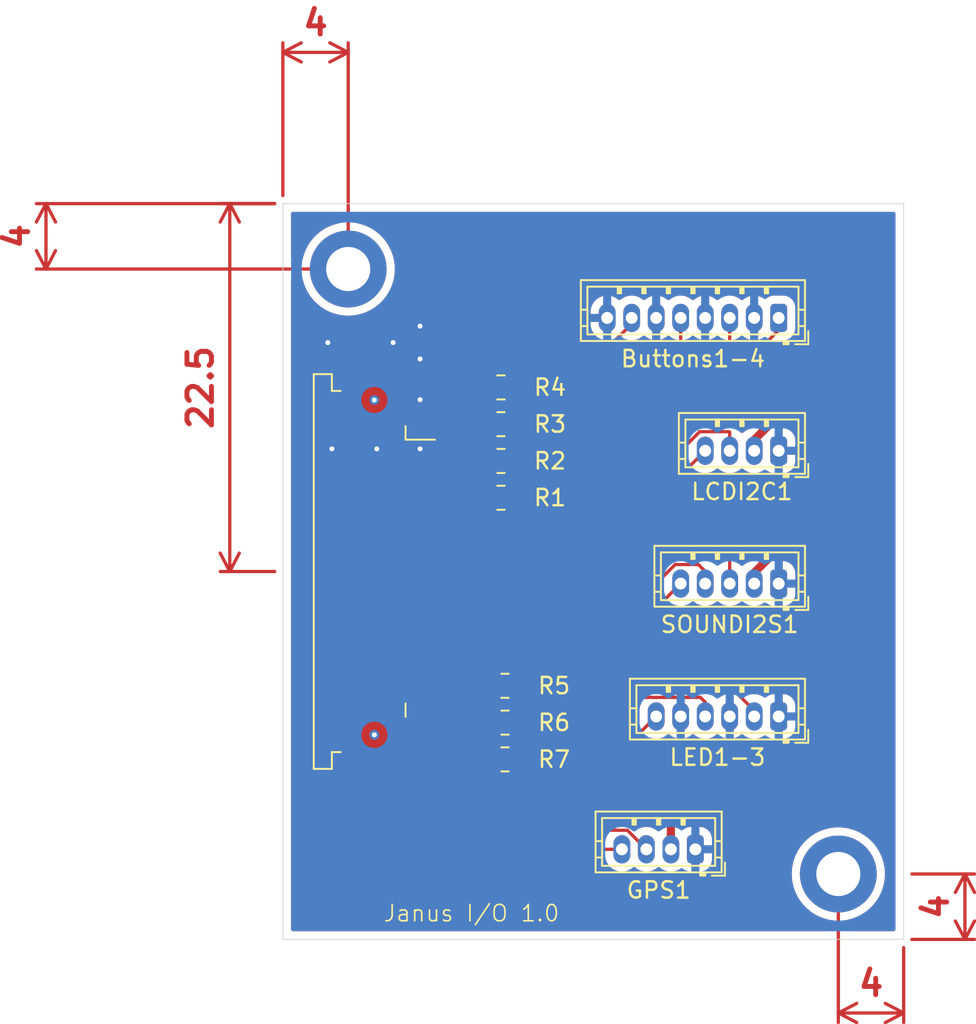
<source format=kicad_pcb>
(kicad_pcb (version 20241229) (generator "pcbnew") (generator_version "9.0")
  (layers (0 "F.Cu" signal) (2 "B.Cu" signal) (13 "F.Paste" user) (15 "B.Paste" user) (5 "F.SilkS" user "F.Silkscreen") (7 "B.SilkS" user "B.Silkscreen") (1 "F.Mask" user) (3 "B.Mask" user) (25 "Edge.Cuts" user))
  (net 0 "")
  (net 1 "GND")
  (net 2 "I2C_SDA")
  (net 3 "I2C_SCL")
  (net 4 "VCC")
  (net 5 "Net-(LED1-3-Pin_2)")
  (net 6 "GPSTX")
  (net 7 "GPSRX")
  (net 8 "LED2")
  (net 9 "SOUND_BCK")
  (net 10 "SOUND_DIN")
  (net 11 "SOUND_LCK")
  (net 12 "Net-(LED1-3-Pin_4)")
  (net 13 "Net-(LED1-3-Pin_6)")
  (net 14 "Net-(Buttons1-4-Pin_3)")
  (net 15 "Net-(Buttons1-4-Pin_5)")
  (net 16 "Net-(Buttons1-4-Pin_7)")
  (net 17 "Net-(Buttons1-4-Pin_1)")
  (net 18 "LED1")
  (net 19 "LED3")
  (net 20 "Net-(J3-Pin_3)")
  (net 21 "Net-(J3-Pin_5)")
  (net 22 "Net-(J3-Pin_6)")
  (net 23 "Net-(J3-Pin_4)")
  (footprint "Resistor_SMD:R_0805_2012Metric" (layer "F.Cu") (at 83.35 75.24)
    (property "Reference" "R2" (at 3 0 0) (layer "F.SilkS"))
    (property "Value" "10k" (hide yes))
    (fp_line (start -0.227064 -0.735) (end 0.227064 -0.735) (stroke (width 0.12)) (layer "F.SilkS"))
    (fp_line (start -0.227064 0.735) (end 0.227064 0.735) (stroke (width 0.12)) (layer "F.SilkS"))
    (pad "1" smd roundrect (at -0.9125 0) (size 1.025 1.4) (layers "F.Cu" "F.Mask" "F.Paste") (roundrect_rratio 0.243902) (net 21 "Net-(J3-Pin_5)"))
    (pad "2" smd roundrect (at 0.9125 0) (size 1.025 1.4) (layers "F.Cu" "F.Mask" "F.Paste") (roundrect_rratio 0.243902) (net 14 "Net-(Buttons1-4-Pin_3)"))
  )
  (footprint "MountingHole:MountingHole_2.7mm_M2.5_DIN965_Pad" (layer "F.Cu") (at 74 63.5)
    (property "Reference" "REF**" (hide yes))
    (property "Value" "MountingHole_2.7mm_M2.5_DIN965_Pad" (hide yes))
    (pad "1" thru_hole circle (at 0 0) (size 4.7 4.7) (drill 2.7) (layers "*.Cu" "*.Mask"))
  )
  (footprint "Resistor_SMD:R_0805_2012Metric" (layer "F.Cu") (at 83.35 70.74)
    (property "Reference" "R4" (at 3 0 0) (layer "F.SilkS"))
    (property "Value" "10k" (hide yes))
    (fp_line (start -0.227064 -0.735) (end 0.227064 -0.735) (stroke (width 0.12)) (layer "F.SilkS"))
    (fp_line (start -0.227064 0.735) (end 0.227064 0.735) (stroke (width 0.12)) (layer "F.SilkS"))
    (pad "1" smd roundrect (at -0.9125 0) (size 1.025 1.4) (layers "F.Cu" "F.Mask" "F.Paste") (roundrect_rratio 0.243902) (net 20 "Net-(J3-Pin_3)"))
    (pad "2" smd roundrect (at 0.9125 0) (size 1.025 1.4) (layers "F.Cu" "F.Mask" "F.Paste") (roundrect_rratio 0.243902) (net 16 "Net-(Buttons1-4-Pin_7)"))
  )
  (footprint "Resistor_SMD:R_0805_2012Metric" (layer "F.Cu") (at 83.6 91.24 180)
    (property "Reference" "R6" (at -3 0 0) (layer "F.SilkS"))
    (property "Value" "R220" (hide yes))
    (fp_line (start -0.227064 0.735) (end 0.227064 0.735) (stroke (width 0.12)) (layer "F.SilkS"))
    (fp_line (start -0.227064 -0.735) (end 0.227064 -0.735) (stroke (width 0.12)) (layer "F.SilkS"))
    (pad "1" smd roundrect (at -0.9125 0 180) (size 1.025 1.4) (layers "F.Cu" "F.Mask" "F.Paste") (roundrect_rratio 0.243902) (net 12 "Net-(LED1-3-Pin_4)"))
    (pad "2" smd roundrect (at 0.9125 0 180) (size 1.025 1.4) (layers "F.Cu" "F.Mask" "F.Paste") (roundrect_rratio 0.243902) (net 8 "LED2"))
  )
  (footprint "MountingHole:MountingHole_2.7mm_M2.5_DIN965_Pad" (layer "F.Cu") (at 104 100.5)
    (property "Reference" "REF**" (hide yes))
    (property "Value" "MountingHole_2.7mm_M2.5_DIN965_Pad" (hide yes))
    (pad "1" thru_hole circle (at 0 0) (size 4.7 4.7) (drill 2.7) (layers "*.Cu" "*.Mask"))
  )
  (footprint "Resistor_SMD:R_0805_2012Metric" (layer "F.Cu") (at 83.35 77.49)
    (property "Reference" "R1" (at 3 0 0) (layer "F.SilkS"))
    (property "Value" "10k" (hide yes))
    (fp_line (start -0.227064 -0.735) (end 0.227064 -0.735) (stroke (width 0.12)) (layer "F.SilkS"))
    (fp_line (start -0.227064 0.735) (end 0.227064 0.735) (stroke (width 0.12)) (layer "F.SilkS"))
    (pad "1" smd roundrect (at -0.9125 0) (size 1.025 1.4) (layers "F.Cu" "F.Mask" "F.Paste") (roundrect_rratio 0.243902) (net 22 "Net-(J3-Pin_6)"))
    (pad "2" smd roundrect (at 0.9125 0) (size 1.025 1.4) (layers "F.Cu" "F.Mask" "F.Paste") (roundrect_rratio 0.243902) (net 17 "Net-(Buttons1-4-Pin_1)"))
  )
  (footprint "Connector_JST:JST_ZH_B6B-ZR_1x06_P1.50mm_Vertical" (layer "F.Cu") (at 100.35 90.865 180)
    (property "Reference" "LED1-3" (at 3.75 -2.5 180) (layer "F.SilkS"))
    (property "Value" "Conn_01x06_Socket")
    (fp_line (start 9.11 2.31) (end 9.11 -1.41) (stroke (width 0.12)) (layer "F.SilkS"))
    (fp_line (start 9.11 0.5) (end 8.71 0.5) (stroke (width 0.12)) (layer "F.SilkS"))
    (fp_line (start 9.11 -0.5) (end 8.71 -0.5) (stroke (width 0.12)) (layer "F.SilkS"))
    (fp_line (start 9.11 -1.41) (end -1.61 -1.41) (stroke (width 0.12)) (layer "F.SilkS"))
    (fp_line (start 8.71 1.91) (end 8.71 -1.01) (stroke (width 0.12)) (layer "F.SilkS"))
    (fp_line (start 8.71 -1.01) (end -1.21 -1.01) (stroke (width 0.12)) (layer "F.SilkS"))
    (fp_line (start 6.85 1.51) (end 6.85 1.91) (stroke (width 0.12)) (layer "F.SilkS"))
    (fp_line (start 6.75 1.91) (end 6.75 1.51) (stroke (width 0.12)) (layer "F.SilkS"))
    (fp_line (start 6.65 1.91) (end 6.65 1.51) (stroke (width 0.12)) (layer "F.SilkS"))
    (fp_line (start 6.65 1.51) (end 6.85 1.51) (stroke (width 0.12)) (layer "F.SilkS"))
    (fp_line (start 5.35 1.51) (end 5.35 1.91) (stroke (width 0.12)) (layer "F.SilkS"))
    (fp_line (start 5.25 1.91) (end 5.25 1.51) (stroke (width 0.12)) (layer "F.SilkS"))
    (fp_line (start 5.15 1.91) (end 5.15 1.51) (stroke (width 0.12)) (layer "F.SilkS"))
    (fp_line (start 5.15 1.51) (end 5.35 1.51) (stroke (width 0.12)) (layer "F.SilkS"))
    (fp_line (start 3.85 1.51) (end 3.85 1.91) (stroke (width 0.12)) (layer "F.SilkS"))
    (fp_line (start 3.75 1.91) (end 3.75 1.51) (stroke (width 0.12)) (layer "F.SilkS"))
    (fp_line (start 3.65 1.91) (end 3.65 1.51) (stroke (width 0.12)) (layer "F.SilkS"))
    (fp_line (start 3.65 1.51) (end 3.85 1.51) (stroke (width 0.12)) (layer "F.SilkS"))
    (fp_line (start 2.35 1.51) (end 2.35 1.91) (stroke (width 0.12)) (layer "F.SilkS"))
    (fp_line (start 2.25 1.91) (end 2.25 1.51) (stroke (width 0.12)) (layer "F.SilkS"))
    (fp_line (start 2.15 1.91) (end 2.15 1.51) (stroke (width 0.12)) (layer "F.SilkS"))
    (fp_line (start 2.15 1.51) (end 2.35 1.51) (stroke (width 0.12)) (layer "F.SilkS"))
    (fp_line (start 0.85 1.51) (end 0.85 1.91) (stroke (width 0.12)) (layer "F.SilkS"))
    (fp_line (start 0.75 1.91) (end 0.75 1.51) (stroke (width 0.12)) (layer "F.SilkS"))
    (fp_line (start 0.65 1.91) (end 0.65 1.51) (stroke (width 0.12)) (layer "F.SilkS"))
    (fp_line (start 0.65 1.51) (end 0.85 1.51) (stroke (width 0.12)) (layer "F.SilkS"))
    (fp_line (start -0.3 -1.41) (end -0.3 -1.61) (stroke (width 0.12)) (layer "F.SilkS"))
    (fp_line (start -0.3 -1.51) (end -0.6 -1.51) (stroke (width 0.12)) (layer "F.SilkS"))
    (fp_line (start -0.3 -1.61) (end -0.6 -1.61) (stroke (width 0.12)) (layer "F.SilkS"))
    (fp_line (start -0.6 -1.61) (end -0.6 -1.41) (stroke (width 0.12)) (layer "F.SilkS"))
    (fp_line (start -1.01 -1.61) (end -1.81 -1.61) (stroke (width 0.12)) (layer "F.SilkS"))
    (fp_line (start -1.21 1.91) (end 8.71 1.91) (stroke (width 0.12)) (layer "F.SilkS"))
    (fp_line (start -1.21 -1.01) (end -1.21 1.91) (stroke (width 0.12)) (layer "F.SilkS"))
    (fp_line (start -1.61 2.31) (end 9.11 2.31) (stroke (width 0.12)) (layer "F.SilkS"))
    (fp_line (start -1.61 0.5) (end -1.21 0.5) (stroke (width 0.12)) (layer "F.SilkS"))
    (fp_line (start -1.61 -0.5) (end -1.21 -0.5) (stroke (width 0.12)) (layer "F.SilkS"))
    (fp_line (start -1.61 -1.41) (end -1.61 2.31) (stroke (width 0.12)) (layer "F.SilkS"))
    (fp_line (start -1.81 -1.61) (end -1.81 -0.81) (stroke (width 0.12)) (layer "F.SilkS"))
    (pad "1" thru_hole roundrect (at 0 0 180) (size 1.03 1.73) (drill 0.73) (layers "*.Cu" "*.Mask") (roundrect_rratio 0.242718) (net 1 "GND"))
    (pad "2" thru_hole oval (at 1.5 0 180) (size 1.03 1.73) (drill 0.73) (layers "*.Cu" "*.Mask") (net 5 "Net-(LED1-3-Pin_2)"))
    (pad "3" thru_hole oval (at 3 0 180) (size 1.03 1.73) (drill 0.73) (layers "*.Cu" "*.Mask") (net 1 "GND"))
    (pad "4" thru_hole oval (at 4.5 0 180) (size 1.03 1.73) (drill 0.73) (layers "*.Cu" "*.Mask") (net 12 "Net-(LED1-3-Pin_4)"))
    (pad "5" thru_hole oval (at 6 0 180) (size 1.03 1.73) (drill 0.73) (layers "*.Cu" "*.Mask") (net 1 "GND"))
    (pad "6" thru_hole oval (at 7.5 0 180) (size 1.03 1.73) (drill 0.73) (layers "*.Cu" "*.Mask") (net 13 "Net-(LED1-3-Pin_6)"))
  )
  (footprint "Resistor_SMD:R_0805_2012Metric" (layer "F.Cu") (at 83.6 88.99 180)
    (property "Reference" "R5" (at -3 0 0) (layer "F.SilkS"))
    (property "Value" "R220" (hide yes))
    (fp_line (start -0.227064 0.735) (end 0.227064 0.735) (stroke (width 0.12)) (layer "F.SilkS"))
    (fp_line (start -0.227064 -0.735) (end 0.227064 -0.735) (stroke (width 0.12)) (layer "F.SilkS"))
    (pad "1" smd roundrect (at -0.9125 0 180) (size 1.025 1.4) (layers "F.Cu" "F.Mask" "F.Paste") (roundrect_rratio 0.243902) (net 5 "Net-(LED1-3-Pin_2)"))
    (pad "2" smd roundrect (at 0.9125 0 180) (size 1.025 1.4) (layers "F.Cu" "F.Mask" "F.Paste") (roundrect_rratio 0.243902) (net 19 "LED3"))
  )
  (footprint "Connector_FFC-FPC:TE_1-84952-6_1x16-1MP_P1.0mm_Horizontal" (layer "F.Cu") (at 76.6 82 -90)
    (property "Reference" "J3" (hide yes))
    (property "Value" "Conn_01x16_Pin" (hide yes))
    (fp_line (start -12.07 4.71) (end -12.07 3.6) (stroke (width 0.12)) (layer "F.SilkS"))
    (fp_line (start 12.07 4.71) (end -12.07 4.71) (stroke (width 0.12)) (layer "F.SilkS"))
    (fp_line (start -12.07 3.6) (end -11.045 3.6) (stroke (width 0.12)) (layer "F.SilkS"))
    (fp_line (start -11.045 3.6) (end -11.045 3.06) (stroke (width 0.12)) (layer "F.SilkS"))
    (fp_line (start 11.045 3.6) (end 12.07 3.6) (stroke (width 0.12)) (layer "F.SilkS"))
    (fp_line (start 12.07 3.6) (end 12.07 4.71) (stroke (width 0.12)) (layer "F.SilkS"))
    (fp_line (start 11.045 3.06) (end 11.045 3.6) (stroke (width 0.12)) (layer "F.SilkS"))
    (fp_line (start -8.89 -0.91) (end -8.065 -0.91) (stroke (width 0.12)) (layer "F.SilkS"))
    (fp_line (start -8.065 -0.91) (end -8.065 -2.71) (stroke (width 0.12)) (layer "F.SilkS"))
    (fp_line (start 8.065 -0.91) (end 8.89 -0.91) (stroke (width 0.12)) (layer "F.SilkS"))
    (pad "1" smd rect (at -7.5 -1.8 270) (size 0.61 2) (layers "F.Cu" "F.Mask" "F.Paste") (net 1 "GND"))
    (pad "2" smd rect (at -6.5 -1.8 270) (size 0.61 2) (layers "F.Cu" "F.Mask" "F.Paste") (net 4 "VCC"))
    (pad "3" smd rect (at -5.5 -1.8 270) (size 0.61 2) (layers "F.Cu" "F.Mask" "F.Paste") (net 20 "Net-(J3-Pin_3)"))
    (pad "4" smd rect (at -4.5 -1.8 270) (size 0.61 2) (layers "F.Cu" "F.Mask" "F.Paste") (net 23 "Net-(J3-Pin_4)"))
    (pad "5" smd rect (at -3.5 -1.8 270) (size 0.61 2) (layers "F.Cu" "F.Mask" "F.Paste") (net 21 "Net-(J3-Pin_5)"))
    (pad "6" smd rect (at -2.5 -1.8 270) (size 0.61 2) (layers "F.Cu" "F.Mask" "F.Paste") (net 22 "Net-(J3-Pin_6)"))
    (pad "7" smd rect (at -1.5 -1.8 270) (size 0.61 2) (layers "F.Cu" "F.Mask" "F.Paste") (net 2 "I2C_SDA"))
    (pad "8" smd rect (at -0.5 -1.8 270) (size 0.61 2) (layers "F.Cu" "F.Mask" "F.Paste") (net 3 "I2C_SCL"))
    (pad "9" smd rect (at 0.5 -1.8 270) (size 0.61 2) (layers "F.Cu" "F.Mask" "F.Paste") (net 9 "SOUND_BCK"))
    (pad "10" smd rect (at 1.5 -1.8 270) (size 0.61 2) (layers "F.Cu" "F.Mask" "F.Paste") (net 10 "SOUND_DIN"))
    (pad "11" smd rect (at 2.5 -1.8 270) (size 0.61 2) (layers "F.Cu" "F.Mask" "F.Paste") (net 11 "SOUND_LCK"))
    (pad "12" smd rect (at 3.5 -1.8 270) (size 0.61 2) (layers "F.Cu" "F.Mask" "F.Paste") (net 19 "LED3"))
    (pad "13" smd rect (at 4.5 -1.8 270) (size 0.61 2) (layers "F.Cu" "F.Mask" "F.Paste") (net 8 "LED2"))
    (pad "14" smd rect (at 5.5 -1.8 270) (size 0.61 2) (layers "F.Cu" "F.Mask" "F.Paste") (net 18 "LED1"))
    (pad "15" smd rect (at 6.5 -1.8 270) (size 0.61 2) (layers "F.Cu" "F.Mask" "F.Paste") (net 6 "GPSTX"))
    (pad "16" smd rect (at 7.5 -1.8 270) (size 0.61 2) (layers "F.Cu" "F.Mask" "F.Paste") (net 7 "GPSRX"))
    (pad "MP" smd rect (at -10.49 1 270) (size 2.68 3.6) (layers "F.Cu" "F.Mask" "F.Paste"))
    (pad "MP" smd rect (at 10.49 1 270) (size 2.68 3.6) (layers "F.Cu" "F.Mask" "F.Paste"))
  )
  (footprint "Resistor_SMD:R_0805_2012Metric" (layer "F.Cu") (at 83.6 93.49 180)
    (property "Reference" "R7" (at -3 0 0) (layer "F.SilkS"))
    (property "Value" "R220" (hide yes))
    (fp_line (start -0.227064 0.735) (end 0.227064 0.735) (stroke (width 0.12)) (layer "F.SilkS"))
    (fp_line (start -0.227064 -0.735) (end 0.227064 -0.735) (stroke (width 0.12)) (layer "F.SilkS"))
    (pad "1" smd roundrect (at -0.9125 0 180) (size 1.025 1.4) (layers "F.Cu" "F.Mask" "F.Paste") (roundrect_rratio 0.243902) (net 13 "Net-(LED1-3-Pin_6)"))
    (pad "2" smd roundrect (at 0.9125 0 180) (size 1.025 1.4) (layers "F.Cu" "F.Mask" "F.Paste") (roundrect_rratio 0.243902) (net 18 "LED1"))
  )
  (footprint "Connector_JST:JST_ZH_B5B-ZR_1x05_P1.50mm_Vertical" (layer "F.Cu") (at 100.35 82.74 180)
    (property "Reference" "SOUNDI2S1" (at 3 -2.5 180) (layer "F.SilkS"))
    (property "Value" "Conn_01x05_Socket")
    (fp_line (start 7.61 2.31) (end 7.61 -1.41) (stroke (width 0.12)) (layer "F.SilkS"))
    (fp_line (start 7.61 0.5) (end 7.21 0.5) (stroke (width 0.12)) (layer "F.SilkS"))
    (fp_line (start 7.61 -0.5) (end 7.21 -0.5) (stroke (width 0.12)) (layer "F.SilkS"))
    (fp_line (start 7.61 -1.41) (end -1.61 -1.41) (stroke (width 0.12)) (layer "F.SilkS"))
    (fp_line (start 7.21 1.91) (end 7.21 -1.01) (stroke (width 0.12)) (layer "F.SilkS"))
    (fp_line (start 7.21 -1.01) (end -1.21 -1.01) (stroke (width 0.12)) (layer "F.SilkS"))
    (fp_line (start 5.35 1.51) (end 5.35 1.91) (stroke (width 0.12)) (layer "F.SilkS"))
    (fp_line (start 5.25 1.91) (end 5.25 1.51) (stroke (width 0.12)) (layer "F.SilkS"))
    (fp_line (start 5.15 1.91) (end 5.15 1.51) (stroke (width 0.12)) (layer "F.SilkS"))
    (fp_line (start 5.15 1.51) (end 5.35 1.51) (stroke (width 0.12)) (layer "F.SilkS"))
    (fp_line (start 3.85 1.51) (end 3.85 1.91) (stroke (width 0.12)) (layer "F.SilkS"))
    (fp_line (start 3.75 1.91) (end 3.75 1.51) (stroke (width 0.12)) (layer "F.SilkS"))
    (fp_line (start 3.65 1.91) (end 3.65 1.51) (stroke (width 0.12)) (layer "F.SilkS"))
    (fp_line (start 3.65 1.51) (end 3.85 1.51) (stroke (width 0.12)) (layer "F.SilkS"))
    (fp_line (start 2.35 1.51) (end 2.35 1.91) (stroke (width 0.12)) (layer "F.SilkS"))
    (fp_line (start 2.25 1.91) (end 2.25 1.51) (stroke (width 0.12)) (layer "F.SilkS"))
    (fp_line (start 2.15 1.91) (end 2.15 1.51) (stroke (width 0.12)) (layer "F.SilkS"))
    (fp_line (start 2.15 1.51) (end 2.35 1.51) (stroke (width 0.12)) (layer "F.SilkS"))
    (fp_line (start 0.85 1.51) (end 0.85 1.91) (stroke (width 0.12)) (layer "F.SilkS"))
    (fp_line (start 0.75 1.91) (end 0.75 1.51) (stroke (width 0.12)) (layer "F.SilkS"))
    (fp_line (start 0.65 1.91) (end 0.65 1.51) (stroke (width 0.12)) (layer "F.SilkS"))
    (fp_line (start 0.65 1.51) (end 0.85 1.51) (stroke (width 0.12)) (layer "F.SilkS"))
    (fp_line (start -0.3 -1.41) (end -0.3 -1.61) (stroke (width 0.12)) (layer "F.SilkS"))
    (fp_line (start -0.3 -1.51) (end -0.6 -1.51) (stroke (width 0.12)) (layer "F.SilkS"))
    (fp_line (start -0.3 -1.61) (end -0.6 -1.61) (stroke (width 0.12)) (layer "F.SilkS"))
    (fp_line (start -0.6 -1.61) (end -0.6 -1.41) (stroke (width 0.12)) (layer "F.SilkS"))
    (fp_line (start -1.01 -1.61) (end -1.81 -1.61) (stroke (width 0.12)) (layer "F.SilkS"))
    (fp_line (start -1.21 1.91) (end 7.21 1.91) (stroke (width 0.12)) (layer "F.SilkS"))
    (fp_line (start -1.21 -1.01) (end -1.21 1.91) (stroke (width 0.12)) (layer "F.SilkS"))
    (fp_line (start -1.61 2.31) (end 7.61 2.31) (stroke (width 0.12)) (layer "F.SilkS"))
    (fp_line (start -1.61 0.5) (end -1.21 0.5) (stroke (width 0.12)) (layer "F.SilkS"))
    (fp_line (start -1.61 -0.5) (end -1.21 -0.5) (stroke (width 0.12)) (layer "F.SilkS"))
    (fp_line (start -1.61 -1.41) (end -1.61 2.31) (stroke (width 0.12)) (layer "F.SilkS"))
    (fp_line (start -1.81 -1.61) (end -1.81 -0.81) (stroke (width 0.12)) (layer "F.SilkS"))
    (pad "1" thru_hole roundrect (at 0 0 180) (size 1.03 1.73) (drill 0.73) (layers "*.Cu" "*.Mask") (roundrect_rratio 0.242718) (net 1 "GND"))
    (pad "2" thru_hole oval (at 1.5 0 180) (size 1.03 1.73) (drill 0.73) (layers "*.Cu" "*.Mask") (net 4 "VCC"))
    (pad "3" thru_hole oval (at 3 0 180) (size 1.03 1.73) (drill 0.73) (layers "*.Cu" "*.Mask") (net 9 "SOUND_BCK"))
    (pad "4" thru_hole oval (at 4.5 0 180) (size 1.03 1.73) (drill 0.73) (layers "*.Cu" "*.Mask") (net 10 "SOUND_DIN"))
    (pad "5" thru_hole oval (at 6 0 180) (size 1.03 1.73) (drill 0.73) (layers "*.Cu" "*.Mask") (net 11 "SOUND_LCK"))
  )
  (footprint "Resistor_SMD:R_0805_2012Metric" (layer "F.Cu") (at 83.35 72.99)
    (property "Reference" "R3" (at 3 0 0) (layer "F.SilkS"))
    (property "Value" "10k" (hide yes))
    (fp_line (start -0.227064 -0.735) (end 0.227064 -0.735) (stroke (width 0.12)) (layer "F.SilkS"))
    (fp_line (start -0.227064 0.735) (end 0.227064 0.735) (stroke (width 0.12)) (layer "F.SilkS"))
    (pad "1" smd roundrect (at -0.9125 0) (size 1.025 1.4) (layers "F.Cu" "F.Mask" "F.Paste") (roundrect_rratio 0.243902) (net 23 "Net-(J3-Pin_4)"))
    (pad "2" smd roundrect (at 0.9125 0) (size 1.025 1.4) (layers "F.Cu" "F.Mask" "F.Paste") (roundrect_rratio 0.243902) (net 15 "Net-(Buttons1-4-Pin_5)"))
  )
  (footprint "Connector_JST:JST_ZH_B4B-ZR_1x04_P1.50mm_Vertical" (layer "F.Cu") (at 100.35 74.615 180)
    (property "Reference" "LCDI2C1" (at 2.25 -2.5 180) (layer "F.SilkS"))
    (property "Value" "Conn_01x04_Socket")
    (fp_line (start 6.11 2.31) (end 6.11 -1.41) (stroke (width 0.12)) (layer "F.SilkS"))
    (fp_line (start 6.11 0.5) (end 5.71 0.5) (stroke (width 0.12)) (layer "F.SilkS"))
    (fp_line (start 6.11 -0.5) (end 5.71 -0.5) (stroke (width 0.12)) (layer "F.SilkS"))
    (fp_line (start 6.11 -1.41) (end -1.61 -1.41) (stroke (width 0.12)) (layer "F.SilkS"))
    (fp_line (start 5.71 1.91) (end 5.71 -1.01) (stroke (width 0.12)) (layer "F.SilkS"))
    (fp_line (start 5.71 -1.01) (end -1.21 -1.01) (stroke (width 0.12)) (layer "F.SilkS"))
    (fp_line (start 3.85 1.51) (end 3.85 1.91) (stroke (width 0.12)) (layer "F.SilkS"))
    (fp_line (start 3.75 1.91) (end 3.75 1.51) (stroke (width 0.12)) (layer "F.SilkS"))
    (fp_line (start 3.65 1.91) (end 3.65 1.51) (stroke (width 0.12)) (layer "F.SilkS"))
    (fp_line (start 3.65 1.51) (end 3.85 1.51) (stroke (width 0.12)) (layer "F.SilkS"))
    (fp_line (start 2.35 1.51) (end 2.35 1.91) (stroke (width 0.12)) (layer "F.SilkS"))
    (fp_line (start 2.25 1.91) (end 2.25 1.51) (stroke (width 0.12)) (layer "F.SilkS"))
    (fp_line (start 2.15 1.91) (end 2.15 1.51) (stroke (width 0.12)) (layer "F.SilkS"))
    (fp_line (start 2.15 1.51) (end 2.35 1.51) (stroke (width 0.12)) (layer "F.SilkS"))
    (fp_line (start 0.85 1.51) (end 0.85 1.91) (stroke (width 0.12)) (layer "F.SilkS"))
    (fp_line (start 0.75 1.91) (end 0.75 1.51) (stroke (width 0.12)) (layer "F.SilkS"))
    (fp_line (start 0.65 1.91) (end 0.65 1.51) (stroke (width 0.12)) (layer "F.SilkS"))
    (fp_line (start 0.65 1.51) (end 0.85 1.51) (stroke (width 0.12)) (layer "F.SilkS"))
    (fp_line (start -0.3 -1.41) (end -0.3 -1.61) (stroke (width 0.12)) (layer "F.SilkS"))
    (fp_line (start -0.3 -1.51) (end -0.6 -1.51) (stroke (width 0.12)) (layer "F.SilkS"))
    (fp_line (start -0.3 -1.61) (end -0.6 -1.61) (stroke (width 0.12)) (layer "F.SilkS"))
    (fp_line (start -0.6 -1.61) (end -0.6 -1.41) (stroke (width 0.12)) (layer "F.SilkS"))
    (fp_line (start -1.01 -1.61) (end -1.81 -1.61) (stroke (width 0.12)) (layer "F.SilkS"))
    (fp_line (start -1.21 1.91) (end 5.71 1.91) (stroke (width 0.12)) (layer "F.SilkS"))
    (fp_line (start -1.21 -1.01) (end -1.21 1.91) (stroke (width 0.12)) (layer "F.SilkS"))
    (fp_line (start -1.61 2.31) (end 6.11 2.31) (stroke (width 0.12)) (layer "F.SilkS"))
    (fp_line (start -1.61 0.5) (end -1.21 0.5) (stroke (width 0.12)) (layer "F.SilkS"))
    (fp_line (start -1.61 -0.5) (end -1.21 -0.5) (stroke (width 0.12)) (layer "F.SilkS"))
    (fp_line (start -1.61 -1.41) (end -1.61 2.31) (stroke (width 0.12)) (layer "F.SilkS"))
    (fp_line (start -1.81 -1.61) (end -1.81 -0.81) (stroke (width 0.12)) (layer "F.SilkS"))
    (pad "1" thru_hole roundrect (at 0 0 180) (size 1.03 1.73) (drill 0.73) (layers "*.Cu" "*.Mask") (roundrect_rratio 0.242718) (net 1 "GND"))
    (pad "2" thru_hole oval (at 1.5 0 180) (size 1.03 1.73) (drill 0.73) (layers "*.Cu" "*.Mask") (net 4 "VCC"))
    (pad "3" thru_hole oval (at 3 0 180) (size 1.03 1.73) (drill 0.73) (layers "*.Cu" "*.Mask") (net 2 "I2C_SDA"))
    (pad "4" thru_hole oval (at 4.5 0 180) (size 1.03 1.73) (drill 0.73) (layers "*.Cu" "*.Mask") (net 3 "I2C_SCL"))
  )
  (footprint "Connector_JST:JST_ZH_B4B-ZR_1x04_P1.50mm_Vertical" (layer "F.Cu") (at 95.25 98.99 180)
    (property "Reference" "GPS1" (at 2.25 -2.5 180) (layer "F.SilkS"))
    (property "Value" "Conn_01x04_Socket")
    (fp_line (start 6.11 2.31) (end 6.11 -1.41) (stroke (width 0.12)) (layer "F.SilkS"))
    (fp_line (start 6.11 0.5) (end 5.71 0.5) (stroke (width 0.12)) (layer "F.SilkS"))
    (fp_line (start 6.11 -0.5) (end 5.71 -0.5) (stroke (width 0.12)) (layer "F.SilkS"))
    (fp_line (start 6.11 -1.41) (end -1.61 -1.41) (stroke (width 0.12)) (layer "F.SilkS"))
    (fp_line (start 5.71 1.91) (end 5.71 -1.01) (stroke (width 0.12)) (layer "F.SilkS"))
    (fp_line (start 5.71 -1.01) (end -1.21 -1.01) (stroke (width 0.12)) (layer "F.SilkS"))
    (fp_line (start 3.85 1.51) (end 3.85 1.91) (stroke (width 0.12)) (layer "F.SilkS"))
    (fp_line (start 3.75 1.91) (end 3.75 1.51) (stroke (width 0.12)) (layer "F.SilkS"))
    (fp_line (start 3.65 1.91) (end 3.65 1.51) (stroke (width 0.12)) (layer "F.SilkS"))
    (fp_line (start 3.65 1.51) (end 3.85 1.51) (stroke (width 0.12)) (layer "F.SilkS"))
    (fp_line (start 2.35 1.51) (end 2.35 1.91) (stroke (width 0.12)) (layer "F.SilkS"))
    (fp_line (start 2.25 1.91) (end 2.25 1.51) (stroke (width 0.12)) (layer "F.SilkS"))
    (fp_line (start 2.15 1.91) (end 2.15 1.51) (stroke (width 0.12)) (layer "F.SilkS"))
    (fp_line (start 2.15 1.51) (end 2.35 1.51) (stroke (width 0.12)) (layer "F.SilkS"))
    (fp_line (start 0.85 1.51) (end 0.85 1.91) (stroke (width 0.12)) (layer "F.SilkS"))
    (fp_line (start 0.75 1.91) (end 0.75 1.51) (stroke (width 0.12)) (layer "F.SilkS"))
    (fp_line (start 0.65 1.91) (end 0.65 1.51) (stroke (width 0.12)) (layer "F.SilkS"))
    (fp_line (start 0.65 1.51) (end 0.85 1.51) (stroke (width 0.12)) (layer "F.SilkS"))
    (fp_line (start -0.3 -1.41) (end -0.3 -1.61) (stroke (width 0.12)) (layer "F.SilkS"))
    (fp_line (start -0.3 -1.51) (end -0.6 -1.51) (stroke (width 0.12)) (layer "F.SilkS"))
    (fp_line (start -0.3 -1.61) (end -0.6 -1.61) (stroke (width 0.12)) (layer "F.SilkS"))
    (fp_line (start -0.6 -1.61) (end -0.6 -1.41) (stroke (width 0.12)) (layer "F.SilkS"))
    (fp_line (start -1.01 -1.61) (end -1.81 -1.61) (stroke (width 0.12)) (layer "F.SilkS"))
    (fp_line (start -1.21 1.91) (end 5.71 1.91) (stroke (width 0.12)) (layer "F.SilkS"))
    (fp_line (start -1.21 -1.01) (end -1.21 1.91) (stroke (width 0.12)) (layer "F.SilkS"))
    (fp_line (start -1.61 2.31) (end 6.11 2.31) (stroke (width 0.12)) (layer "F.SilkS"))
    (fp_line (start -1.61 0.5) (end -1.21 0.5) (stroke (width 0.12)) (layer "F.SilkS"))
    (fp_line (start -1.61 -0.5) (end -1.21 -0.5) (stroke (width 0.12)) (layer "F.SilkS"))
    (fp_line (start -1.61 -1.41) (end -1.61 2.31) (stroke (width 0.12)) (layer "F.SilkS"))
    (fp_line (start -1.81 -1.61) (end -1.81 -0.81) (stroke (width 0.12)) (layer "F.SilkS"))
    (pad "1" thru_hole roundrect (at 0 0 180) (size 1.03 1.73) (drill 0.73) (layers "*.Cu" "*.Mask") (roundrect_rratio 0.242718) (net 1 "GND"))
    (pad "2" thru_hole oval (at 1.5 0 180) (size 1.03 1.73) (drill 0.73) (layers "*.Cu" "*.Mask") (net 4 "VCC"))
    (pad "3" thru_hole oval (at 3 0 180) (size 1.03 1.73) (drill 0.73) (layers "*.Cu" "*.Mask") (net 6 "GPSTX"))
    (pad "4" thru_hole oval (at 4.5 0 180) (size 1.03 1.73) (drill 0.73) (layers "*.Cu" "*.Mask") (net 7 "GPSRX"))
  )
  (footprint "Connector_JST:JST_ZH_B8B-ZR_1x08_P1.50mm_Vertical" (layer "F.Cu") (at 100.35 66.49 180)
    (property "Reference" "Buttons1-4" (at 5.25 -2.5 180) (layer "F.SilkS"))
    (property "Value" "Conn_01x08_Socket")
    (fp_line (start 12.11 2.31) (end 12.11 -1.41) (stroke (width 0.12)) (layer "F.SilkS"))
    (fp_line (start 12.11 0.5) (end 11.71 0.5) (stroke (width 0.12)) (layer "F.SilkS"))
    (fp_line (start 12.11 -0.5) (end 11.71 -0.5) (stroke (width 0.12)) (layer "F.SilkS"))
    (fp_line (start 12.11 -1.41) (end -1.61 -1.41) (stroke (width 0.12)) (layer "F.SilkS"))
    (fp_line (start 11.71 1.91) (end 11.71 -1.01) (stroke (width 0.12)) (layer "F.SilkS"))
    (fp_line (start 11.71 -1.01) (end -1.21 -1.01) (stroke (width 0.12)) (layer "F.SilkS"))
    (fp_line (start 9.85 1.51) (end 9.85 1.91) (stroke (width 0.12)) (layer "F.SilkS"))
    (fp_line (start 9.75 1.91) (end 9.75 1.51) (stroke (width 0.12)) (layer "F.SilkS"))
    (fp_line (start 9.65 1.91) (end 9.65 1.51) (stroke (width 0.12)) (layer "F.SilkS"))
    (fp_line (start 9.65 1.51) (end 9.85 1.51) (stroke (width 0.12)) (layer "F.SilkS"))
    (fp_line (start 8.35 1.51) (end 8.35 1.91) (stroke (width 0.12)) (layer "F.SilkS"))
    (fp_line (start 8.25 1.91) (end 8.25 1.51) (stroke (width 0.12)) (layer "F.SilkS"))
    (fp_line (start 8.15 1.91) (end 8.15 1.51) (stroke (width 0.12)) (layer "F.SilkS"))
    (fp_line (start 8.15 1.51) (end 8.35 1.51) (stroke (width 0.12)) (layer "F.SilkS"))
    (fp_line (start 6.85 1.51) (end 6.85 1.91) (stroke (width 0.12)) (layer "F.SilkS"))
    (fp_line (start 6.75 1.91) (end 6.75 1.51) (stroke (width 0.12)) (layer "F.SilkS"))
    (fp_line (start 6.65 1.91) (end 6.65 1.51) (stroke (width 0.12)) (layer "F.SilkS"))
    (fp_line (start 6.65 1.51) (end 6.85 1.51) (stroke (width 0.12)) (layer "F.SilkS"))
    (fp_line (start 5.35 1.51) (end 5.35 1.91) (stroke (width 0.12)) (layer "F.SilkS"))
    (fp_line (start 5.25 1.91) (end 5.25 1.51) (stroke (width 0.12)) (layer "F.SilkS"))
    (fp_line (start 5.15 1.91) (end 5.15 1.51) (stroke (width 0.12)) (layer "F.SilkS"))
    (fp_line (start 5.15 1.51) (end 5.35 1.51) (stroke (width 0.12)) (layer "F.SilkS"))
    (fp_line (start 3.85 1.51) (end 3.85 1.91) (stroke (width 0.12)) (layer "F.SilkS"))
    (fp_line (start 3.75 1.91) (end 3.75 1.51) (stroke (width 0.12)) (layer "F.SilkS"))
    (fp_line (start 3.65 1.91) (end 3.65 1.51) (stroke (width 0.12)) (layer "F.SilkS"))
    (fp_line (start 3.65 1.51) (end 3.85 1.51) (stroke (width 0.12)) (layer "F.SilkS"))
    (fp_line (start 2.35 1.51) (end 2.35 1.91) (stroke (width 0.12)) (layer "F.SilkS"))
    (fp_line (start 2.25 1.91) (end 2.25 1.51) (stroke (width 0.12)) (layer "F.SilkS"))
    (fp_line (start 2.15 1.91) (end 2.15 1.51) (stroke (width 0.12)) (layer "F.SilkS"))
    (fp_line (start 2.15 1.51) (end 2.35 1.51) (stroke (width 0.12)) (layer "F.SilkS"))
    (fp_line (start 0.85 1.51) (end 0.85 1.91) (stroke (width 0.12)) (layer "F.SilkS"))
    (fp_line (start 0.75 1.91) (end 0.75 1.51) (stroke (width 0.12)) (layer "F.SilkS"))
    (fp_line (start 0.65 1.91) (end 0.65 1.51) (stroke (width 0.12)) (layer "F.SilkS"))
    (fp_line (start 0.65 1.51) (end 0.85 1.51) (stroke (width 0.12)) (layer "F.SilkS"))
    (fp_line (start -0.3 -1.41) (end -0.3 -1.61) (stroke (width 0.12)) (layer "F.SilkS"))
    (fp_line (start -0.3 -1.51) (end -0.6 -1.51) (stroke (width 0.12)) (layer "F.SilkS"))
    (fp_line (start -0.3 -1.61) (end -0.6 -1.61) (stroke (width 0.12)) (layer "F.SilkS"))
    (fp_line (start -0.6 -1.61) (end -0.6 -1.41) (stroke (width 0.12)) (layer "F.SilkS"))
    (fp_line (start -1.01 -1.61) (end -1.81 -1.61) (stroke (width 0.12)) (layer "F.SilkS"))
    (fp_line (start -1.21 1.91) (end 11.71 1.91) (stroke (width 0.12)) (layer "F.SilkS"))
    (fp_line (start -1.21 -1.01) (end -1.21 1.91) (stroke (width 0.12)) (layer "F.SilkS"))
    (fp_line (start -1.61 2.31) (end 12.11 2.31) (stroke (width 0.12)) (layer "F.SilkS"))
    (fp_line (start -1.61 0.5) (end -1.21 0.5) (stroke (width 0.12)) (layer "F.SilkS"))
    (fp_line (start -1.61 -0.5) (end -1.21 -0.5) (stroke (width 0.12)) (layer "F.SilkS"))
    (fp_line (start -1.61 -1.41) (end -1.61 2.31) (stroke (width 0.12)) (layer "F.SilkS"))
    (fp_line (start -1.81 -1.61) (end -1.81 -0.81) (stroke (width 0.12)) (layer "F.SilkS"))
    (pad "1" thru_hole roundrect (at 0 0 180) (size 1.03 1.73) (drill 0.73) (layers "*.Cu" "*.Mask") (roundrect_rratio 0.242718) (net 17 "Net-(Buttons1-4-Pin_1)"))
    (pad "2" thru_hole oval (at 1.5 0 180) (size 1.03 1.73) (drill 0.73) (layers "*.Cu" "*.Mask") (net 1 "GND"))
    (pad "3" thru_hole oval (at 3 0 180) (size 1.03 1.73) (drill 0.73) (layers "*.Cu" "*.Mask") (net 14 "Net-(Buttons1-4-Pin_3)"))
    (pad "4" thru_hole oval (at 4.5 0 180) (size 1.03 1.73) (drill 0.73) (layers "*.Cu" "*.Mask") (net 1 "GND"))
    (pad "5" thru_hole oval (at 6 0 180) (size 1.03 1.73) (drill 0.73) (layers "*.Cu" "*.Mask") (net 15 "Net-(Buttons1-4-Pin_5)"))
    (pad "6" thru_hole oval (at 7.5 0 180) (size 1.03 1.73) (drill 0.73) (layers "*.Cu" "*.Mask") (net 1 "GND"))
    (pad "7" thru_hole oval (at 9 0 180) (size 1.03 1.73) (drill 0.73) (layers "*.Cu" "*.Mask") (net 16 "Net-(Buttons1-4-Pin_7)"))
    (pad "8" thru_hole oval (at 10.5 0 180) (size 1.03 1.73) (drill 0.73) (layers "*.Cu" "*.Mask") (net 1 "GND"))
  )
  (gr_rect (start 70 59.5) (end 108 104.5) (stroke (width 0.05)) (fill no) (layer "Edge.Cuts"))
  (gr_text "Janus I/O 1.0" (at 76.1 103.49 0) (layer "F.SilkS") (effects (font (size 1 1) (thickness 0.1)) (justify left bottom)))
  (dimension (type orthogonal) (layer "F.Cu") (pts (xy 108 104.5) (xy 104 100.5)) (height 4.5) (orientation 0) (format (prefix "") (suffix "") (units 3) (units_format 0) (precision 4) (suppress_zeroes yes)) (style (thickness 0.2) (arrow_length 1.27) (text_position_mode 0) (arrow_direction outward) (extension_height 0.58642) (extension_offset 0.5) (keep_text_aligned yes)) (gr_text "4" (at 106 107.2 0) (layer "F.Cu") (effects (font (size 1.5 1.5) (thickness 0.3)))))
  (dimension (type orthogonal) (layer "F.Cu") (pts (xy 108 104.5) (xy 108 100.5)) (height 3.75) (orientation 1) (format (prefix "") (suffix "") (units 3) (units_format 0) (precision 4) (suppress_zeroes yes)) (style (thickness 0.2) (arrow_length 1.27) (text_position_mode 0) (arrow_direction outward) (extension_height 0.58642) (extension_offset 0.5) (keep_text_aligned yes)) (gr_text "4" (at 109.95 102.5 90) (layer "F.Cu") (effects (font (size 1.5 1.5) (thickness 0.3)))))
  (dimension (type orthogonal) (layer "F.Cu") (pts (xy 70 59.5) (xy 74 63.5)) (height -9.25) (orientation 0) (format (prefix "") (suffix "") (units 3) (units_format 0) (precision 4) (suppress_zeroes yes)) (style (thickness 0.2) (arrow_length 1.27) (text_position_mode 0) (arrow_direction outward) (extension_height 0.58642) (extension_offset 0.5) (keep_text_aligned yes)) (gr_text "4" (at 72 48.45 0) (layer "F.Cu") (effects (font (size 1.5 1.5) (thickness 0.3)))))
  (dimension (type orthogonal) (layer "F.Cu") (pts (xy 70 59.5) (xy 70 82)) (height -3.25) (orientation 1) (format (prefix "") (suffix "") (units 3) (units_format 0) (precision 4) (suppress_zeroes yes)) (style (thickness 0.2) (arrow_length 1.27) (text_position_mode 0) (arrow_direction outward) (extension_height 0.58642) (extension_offset 0.5) (keep_text_aligned yes)) (gr_text "22.5" (at 64.95 70.75 90) (layer "F.Cu") (effects (font (size 1.5 1.5) (thickness 0.3)))))
  (dimension (type orthogonal) (layer "F.Cu") (pts (xy 70 59.5) (xy 74 63.5)) (height -14.5) (orientation 1) (format (prefix "") (suffix "") (units 3) (units_format 0) (precision 4) (suppress_zeroes yes)) (style (thickness 0.2) (arrow_length 1.27) (text_position_mode 0) (arrow_direction outward) (extension_height 0.58642) (extension_offset 0.5) (keep_text_aligned yes)) (gr_text "4" (at 53.7 61.5 90) (layer "F.Cu") (effects (font (size 1.5 1.5) (thickness 0.3)))))
  (via (at 75.6 71.51) (size 0.6) (drill 0.3) (layers "F.Cu" "B.Cu") (net 0))
  (via (at 75.6 91.99) (size 0.6) (drill 0.3) (layers "F.Cu" "B.Cu") (net 0))
  (segment (start 75.75 74.5) (end 78.4 74.5) (width 0.5) (layer "F.Cu") (net 1))
  (segment (start 78.4 68) (end 76.75 68) (width 0.5) (layer "F.Cu") (net 1))
  (segment (start 78.4 68) (end 78.4 66.99) (width 0.5) (layer "F.Cu") (net 1))
  (segment (start 78.4 69) (end 78.4 68) (width 0.5) (layer "F.Cu") (net 1))
  (segment (start 78.4 74.5) (end 78.4 69) (width 0.5) (layer "F.Cu") (net 1))
  (segment (start 73 74.5) (end 75.75 74.5) (width 0.5) (layer "F.Cu") (net 1))
  (segment (start 76.75 68) (end 72.75 68) (width 0.5) (layer "F.Cu") (net 1))
  (via (at 78.4 71.49) (size 0.6) (drill 0.3) (layers "F.Cu" "B.Cu") (net 1))
  (via (at 78.4 74.5) (size 0.6) (drill 0.3) (layers "F.Cu" "B.Cu") (net 1))
  (via (at 73 74.5) (size 0.6) (drill 0.3) (layers "F.Cu" "B.Cu") (net 1))
  (via (at 78.4 66.99) (size 0.6) (drill 0.3) (layers "F.Cu" "B.Cu") (net 1))
  (via (at 78.4 69) (size 0.6) (drill 0.3) (layers "F.Cu" "B.Cu") (net 1))
  (via (at 75.75 74.5) (size 0.6) (drill 0.3) (layers "F.Cu" "B.Cu") (net 1))
  (via (at 76.75 68) (size 0.6) (drill 0.3) (layers "F.Cu" "B.Cu") (net 1))
  (via (at 72.75 68) (size 0.6) (drill 0.3) (layers "F.Cu" "B.Cu") (net 1))
  (segment (start 88.461002 80.5) (end 95.512002 73.449) (width 0.2) (layer "F.Cu") (net 2))
  (segment (start 97.309 73.449) (end 97.35 73.49) (width 0.2) (layer "F.Cu") (net 2))
  (segment (start 95.512002 73.449) (end 97.309 73.449) (width 0.2) (layer "F.Cu") (net 2))
  (segment (start 97.35 73.49) (end 97.35 74.615) (width 0.2) (layer "F.Cu") (net 2))
  (segment (start 78.4 80.5) (end 88.461002 80.5) (width 0.2) (layer "F.Cu") (net 2))
  (segment (start 78.4 81.5) (end 88.965 81.5) (width 0.2) (layer "F.Cu") (net 3))
  (segment (start 88.965 81.5) (end 95.85 74.615) (width 0.2) (layer "F.Cu") (net 3))
  (segment (start 103.85 64.24) (end 103.85 71.49) (width 0.5) (layer "F.Cu") (net 4))
  (segment (start 81.35 63.24) (end 102.85 63.24) (width 0.5) (layer "F.Cu") (net 4))
  (segment (start 103.85 79.49) (end 103.85 94.24) (width 0.5) (layer "F.Cu") (net 4))
  (segment (start 98.85 74.615) (end 98.85 73.95) (width 0.5) (layer "F.Cu") (net 4))
  (segment (start 80 75.107) (end 80 64.59) (width 0.5) (layer "F.Cu") (net 4))
  (segment (start 98.85 82.74) (end 98.85 82.075) (width 0.5) (layer "F.Cu") (net 4))
  (segment (start 98.85 73.95) (end 101.31 71.49) (width 0.5) (layer "F.Cu") (net 4))
  (segment (start 102.85 63.24) (end 103.85 64.24) (width 0.5) (layer "F.Cu") (net 4))
  (segment (start 78.4 75.5) (end 79.607 75.5) (width 0.5) (layer "F.Cu") (net 4))
  (segment (start 103.85 71.49) (end 103.85 79.49) (width 0.5) (layer "F.Cu") (net 4))
  (segment (start 79.607 75.5) (end 80 75.107) (width 0.5) (layer "F.Cu") (net 4))
  (segment (start 80 64.59) (end 81.35 63.24) (width 0.5) (layer "F.Cu") (net 4))
  (segment (start 93.75 96.75) (end 93.75 98.99) (width 0.5) (layer "F.Cu") (net 4))
  (segment (start 95.5 95) (end 93.75 96.75) (width 0.5) (layer "F.Cu") (net 4))
  (segment (start 98.85 82.075) (end 101.435 79.49) (width 0.5) (layer "F.Cu") (net 4))
  (segment (start 101.435 79.49) (end 103.85 79.49) (width 0.5) (layer "F.Cu") (net 4))
  (segment (start 101.31 71.49) (end 103.85 71.49) (width 0.5) (layer "F.Cu") (net 4))
  (segment (start 103.09 95) (end 95.5 95) (width 0.5) (layer "F.Cu") (net 4))
  (segment (start 103.85 94.24) (end 103.09 95) (width 0.5) (layer "F.Cu") (net 4))
  (segment (start 97.34 88.99) (end 98.85 90.5) (width 0.2) (layer "F.Cu") (net 5))
  (segment (start 98.85 90.5) (end 98.85 90.865) (width 0.2) (layer "F.Cu") (net 5))
  (segment (start 84.5125 88.99) (end 97.34 88.99) (width 0.2) (layer "F.Cu") (net 5))
  (segment (start 78.4 88.5) (end 79.307 88.5) (width 0.2) (layer "F.Cu") (net 6))
  (segment (start 91.087998 97.824) (end 91.566 98.302002) (width 0.2) (layer "F.Cu") (net 6))
  (segment (start 91.566 98.302002) (end 91.566 98.306) (width 0.2) (layer "F.Cu") (net 6))
  (segment (start 85.52284 97.824) (end 91.087998 97.824) (width 0.2) (layer "F.Cu") (net 6))
  (segment (start 80.35 89.543) (end 80.35 92.65116) (width 0.2) (layer "F.Cu") (net 6))
  (segment (start 91.566 98.306) (end 92.25 98.99) (width 0.2) (layer "F.Cu") (net 6))
  (segment (start 79.307 88.5) (end 80.35 89.543) (width 0.2) (layer "F.Cu") (net 6))
  (segment (start 80.35 92.65116) (end 85.52284 97.824) (width 0.2) (layer "F.Cu") (net 6))
  (segment (start 78.4 91.79) (end 85.6 98.99) (width 0.2) (layer "F.Cu") (net 7))
  (segment (start 78.4 89.5) (end 78.4 91.79) (width 0.2) (layer "F.Cu") (net 7))
  (segment (start 90.75 98.99) (end 85.6 98.99) (width 0.2) (layer "F.Cu") (net 7))
  (segment (start 78.4 86.5) (end 79.6 86.5) (width 0.2) (layer "F.Cu") (net 8))
  (segment (start 81.874 88.774) (end 81.874 90.4265) (width 0.2) (layer "F.Cu") (net 8))
  (segment (start 81.874 90.4265) (end 82.6875 91.24) (width 0.2) (layer "F.Cu") (net 8))
  (segment (start 79.6 86.5) (end 81.874 88.774) (width 0.2) (layer "F.Cu") (net 8))
  (segment (start 93.845902 81.173) (end 97.283 81.173) (width 0.2) (layer "F.Cu") (net 9))
  (segment (start 97.35 81.24) (end 97.35 82.74) (width 0.2) (layer "F.Cu") (net 9))
  (segment (start 97.283 81.173) (end 97.35 81.24) (width 0.2) (layer "F.Cu") (net 9))
  (segment (start 78.4 82.5) (end 92.518902 82.5) (width 0.2) (layer "F.Cu") (net 9))
  (segment (start 92.518902 82.5) (end 93.845902 81.173) (width 0.2) (layer "F.Cu") (net 9))
  (segment (start 78.4 83.5) (end 92.086002 83.5) (width 0.2) (layer "F.Cu") (net 10))
  (segment (start 92.086002 83.5) (end 94.012002 81.574) (width 0.2) (layer "F.Cu") (net 10))
  (segment (start 94.012002 81.574) (end 95.434 81.574) (width 0.2) (layer "F.Cu") (net 10))
  (segment (start 95.434 81.574) (end 95.85 81.99) (width 0.2) (layer "F.Cu") (net 10))
  (segment (start 95.85 81.99) (end 95.85 82.74) (width 0.2) (layer "F.Cu") (net 10))
  (segment (start 92.59 84.5) (end 94.35 82.74) (width 0.2) (layer "F.Cu") (net 11))
  (segment (start 78.4 84.5) (end 92.59 84.5) (width 0.2) (layer "F.Cu") (net 11))
  (segment (start 86.0535 89.699) (end 95.559 89.699) (width 0.2) (layer "F.Cu") (net 12))
  (segment (start 95.559 89.699) (end 95.85 89.99) (width 0.2) (layer "F.Cu") (net 12))
  (segment (start 95.85 89.99) (end 95.85 90.865) (width 0.2) (layer "F.Cu") (net 12))
  (segment (start 84.5125 91.24) (end 86.0535 89.699) (width 0.2) (layer "F.Cu") (net 12))
  (segment (start 84.5125 93.49) (end 90.225 93.49) (width 0.2) (layer "F.Cu") (net 13))
  (segment (start 90.225 93.49) (end 92.85 90.865) (width 0.2) (layer "F.Cu") (net 13))
  (segment (start 84.2625 75.24) (end 90.35 75.24) (width 0.2) (layer "F.Cu") (net 14))
  (segment (start 90.35 75.24) (end 97.35 68.24) (width 0.2) (layer "F.Cu") (net 14))
  (segment (start 97.35 68.24) (end 97.35 66.49) (width 0.2) (layer "F.Cu") (net 14))
  (segment (start 84.2625 72.99) (end 90.1 72.99) (width 0.2) (layer "F.Cu") (net 15))
  (segment (start 90.1 72.99) (end 94.35 68.74) (width 0.2) (layer "F.Cu") (net 15))
  (segment (start 94.35 68.74) (end 94.35 66.49) (width 0.2) (layer "F.Cu") (net 15))
  (segment (start 91.35 66.855) (end 91.35 66.49) (width 0.2) (layer "F.Cu") (net 16))
  (segment (start 84.2625 70.74) (end 87.465 70.74) (width 0.2) (layer "F.Cu") (net 16))
  (segment (start 87.465 70.74) (end 91.35 66.855) (width 0.2) (layer "F.Cu") (net 16))
  (segment (start 96.35 70.49) (end 97.1 70.49) (width 0.2) (layer "F.Cu") (net 17))
  (segment (start 100.35 67.24) (end 100.35 66.49) (width 0.2) (layer "F.Cu") (net 17))
  (segment (start 89.35 77.49) (end 96.35 70.49) (width 0.2) (layer "F.Cu") (net 17))
  (segment (start 97.1 70.49) (end 100.35 67.24) (width 0.2) (layer "F.Cu") (net 17))
  (segment (start 84.2625 77.49) (end 89.35 77.49) (width 0.2) (layer "F.Cu") (net 17))
  (segment (start 81.1 91.9025) (end 82.6875 93.49) (width 0.2) (layer "F.Cu") (net 18))
  (segment (start 78.4 87.5) (end 79.6 87.5) (width 0.2) (layer "F.Cu") (net 18))
  (segment (start 81.1 89) (end 81.1 91.9025) (width 0.2) (layer "F.Cu") (net 18))
  (segment (start 79.6 87.5) (end 81.1 89) (width 0.2) (layer "F.Cu") (net 18))
  (segment (start 78.4 85.5) (end 79.86 85.5) (width 0.2) (layer "F.Cu") (net 19))
  (segment (start 79.86 85.5) (end 82.6875 88.3275) (width 0.2) (layer "F.Cu") (net 19))
  (segment (start 82.6875 88.3275) (end 82.6875 88.99) (width 0.2) (layer "F.Cu") (net 19))
  (segment (start 78.4 76.5) (end 80.09 76.5) (width 0.2) (layer "F.Cu") (net 20))
  (segment (start 80.6 72.5775) (end 82.4375 70.74) (width 0.2) (layer "F.Cu") (net 20))
  (segment (start 80.09 76.5) (end 80.6 75.99) (width 0.2) (layer "F.Cu") (net 20))
  (segment (start 80.6 75.99) (end 80.6 72.5775) (width 0.2) (layer "F.Cu") (net 20))
  (segment (start 78.4 78.5) (end 79.6 78.5) (width 0.2) (layer "F.Cu") (net 21))
  (segment (start 82.4375 75.6625) (end 82.4375 75.24) (width 0.2) (layer "F.Cu") (net 21))
  (segment (start 79.6 78.5) (end 82.4375 75.6625) (width 0.2) (layer "F.Cu") (net 21))
  (segment (start 80.4275 79.5) (end 82.4375 77.49) (width 0.2) (layer "F.Cu") (net 22))
  (segment (start 78.4 79.5) (end 80.4275 79.5) (width 0.2) (layer "F.Cu") (net 22))
  (segment (start 79.84 77.5) (end 81.35 75.99) (width 0.2) (layer "F.Cu") (net 23))
  (segment (start 81.6 72.99) (end 82.4375 72.99) (width 0.2) (layer "F.Cu") (net 23))
  (segment (start 81.35 73.24) (end 81.6 72.99) (width 0.2) (layer "F.Cu") (net 23))
  (segment (start 81.35 75.99) (end 81.35 73.24) (width 0.2) (layer "F.Cu") (net 23))
  (segment (start 78.4 77.5) (end 79.84 77.5) (width 0.2) (layer "F.Cu") (net 23))
  (zone (net 0) (net_name "") (layer "F.Cu") (connect_pads (clearance 0.5)) (min_thickness 0.25) (fill yes (thermal_gap 0.5) (thermal_bridge_width 0.5) (island_removal_mode 1) (island_area_min 10))
    (polygon (pts (xy 108 59.5) (xy 108 104.5) (xy 70 104.5) (xy 70 59.5)))
  )
  (zone (net 1) (net_name "GND") (layer "B.Cu") (priority 1) (connect_pads (clearance 0.5)) (min_thickness 0.25) (fill yes (thermal_gap 0.5) (thermal_bridge_width 0.5))
    (polygon (pts (xy 108 104.5) (xy 108 59.5) (xy 70 59.5) (xy 70 104.5)))
  )
)
</source>
